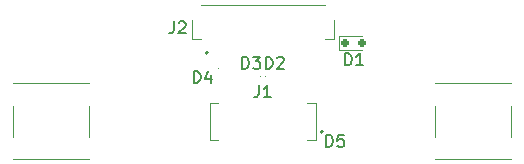
<source format=gbr>
%TF.GenerationSoftware,KiCad,Pcbnew,7.0.6*%
%TF.CreationDate,2023-07-18T13:47:25+01:00*%
%TF.ProjectId,Galia,47616c69-612e-46b6-9963-61645f706362,V1.0*%
%TF.SameCoordinates,Original*%
%TF.FileFunction,Legend,Top*%
%TF.FilePolarity,Positive*%
%FSLAX46Y46*%
G04 Gerber Fmt 4.6, Leading zero omitted, Abs format (unit mm)*
G04 Created by KiCad (PCBNEW 7.0.6) date 2023-07-18 13:47:25*
%MOMM*%
%LPD*%
G01*
G04 APERTURE LIST*
G04 Aperture macros list*
%AMRoundRect*
0 Rectangle with rounded corners*
0 $1 Rounding radius*
0 $2 $3 $4 $5 $6 $7 $8 $9 X,Y pos of 4 corners*
0 Add a 4 corners polygon primitive as box body*
4,1,4,$2,$3,$4,$5,$6,$7,$8,$9,$2,$3,0*
0 Add four circle primitives for the rounded corners*
1,1,$1+$1,$2,$3*
1,1,$1+$1,$4,$5*
1,1,$1+$1,$6,$7*
1,1,$1+$1,$8,$9*
0 Add four rect primitives between the rounded corners*
20,1,$1+$1,$2,$3,$4,$5,0*
20,1,$1+$1,$4,$5,$6,$7,0*
20,1,$1+$1,$6,$7,$8,$9,0*
20,1,$1+$1,$8,$9,$2,$3,0*%
G04 Aperture macros list end*
%ADD10C,0.150000*%
%ADD11C,0.120000*%
%ADD12C,0.200000*%
%ADD13C,0.100000*%
%ADD14C,5.600000*%
%ADD15R,0.300000X0.800000*%
%ADD16R,0.400000X0.800000*%
%ADD17R,0.500000X0.300000*%
%ADD18R,0.300000X0.500000*%
%ADD19R,1.550000X1.300000*%
%ADD20C,0.520000*%
%ADD21R,0.300000X0.870000*%
%ADD22O,2.200000X1.100000*%
%ADD23RoundRect,0.150000X0.150000X0.200000X-0.150000X0.200000X-0.150000X-0.200000X0.150000X-0.200000X0*%
G04 APERTURE END LIST*
D10*
X82466666Y-44554819D02*
X82466666Y-45269104D01*
X82466666Y-45269104D02*
X82419047Y-45411961D01*
X82419047Y-45411961D02*
X82323809Y-45507200D01*
X82323809Y-45507200D02*
X82180952Y-45554819D01*
X82180952Y-45554819D02*
X82085714Y-45554819D01*
X82895238Y-44650057D02*
X82942857Y-44602438D01*
X82942857Y-44602438D02*
X83038095Y-44554819D01*
X83038095Y-44554819D02*
X83276190Y-44554819D01*
X83276190Y-44554819D02*
X83371428Y-44602438D01*
X83371428Y-44602438D02*
X83419047Y-44650057D01*
X83419047Y-44650057D02*
X83466666Y-44745295D01*
X83466666Y-44745295D02*
X83466666Y-44840533D01*
X83466666Y-44840533D02*
X83419047Y-44983390D01*
X83419047Y-44983390D02*
X82847619Y-45554819D01*
X82847619Y-45554819D02*
X83466666Y-45554819D01*
X84161905Y-49754819D02*
X84161905Y-48754819D01*
X84161905Y-48754819D02*
X84400000Y-48754819D01*
X84400000Y-48754819D02*
X84542857Y-48802438D01*
X84542857Y-48802438D02*
X84638095Y-48897676D01*
X84638095Y-48897676D02*
X84685714Y-48992914D01*
X84685714Y-48992914D02*
X84733333Y-49183390D01*
X84733333Y-49183390D02*
X84733333Y-49326247D01*
X84733333Y-49326247D02*
X84685714Y-49516723D01*
X84685714Y-49516723D02*
X84638095Y-49611961D01*
X84638095Y-49611961D02*
X84542857Y-49707200D01*
X84542857Y-49707200D02*
X84400000Y-49754819D01*
X84400000Y-49754819D02*
X84161905Y-49754819D01*
X85590476Y-49088152D02*
X85590476Y-49754819D01*
X85352381Y-48707200D02*
X85114286Y-49421485D01*
X85114286Y-49421485D02*
X85733333Y-49421485D01*
X88261905Y-48554819D02*
X88261905Y-47554819D01*
X88261905Y-47554819D02*
X88500000Y-47554819D01*
X88500000Y-47554819D02*
X88642857Y-47602438D01*
X88642857Y-47602438D02*
X88738095Y-47697676D01*
X88738095Y-47697676D02*
X88785714Y-47792914D01*
X88785714Y-47792914D02*
X88833333Y-47983390D01*
X88833333Y-47983390D02*
X88833333Y-48126247D01*
X88833333Y-48126247D02*
X88785714Y-48316723D01*
X88785714Y-48316723D02*
X88738095Y-48411961D01*
X88738095Y-48411961D02*
X88642857Y-48507200D01*
X88642857Y-48507200D02*
X88500000Y-48554819D01*
X88500000Y-48554819D02*
X88261905Y-48554819D01*
X89166667Y-47554819D02*
X89785714Y-47554819D01*
X89785714Y-47554819D02*
X89452381Y-47935771D01*
X89452381Y-47935771D02*
X89595238Y-47935771D01*
X89595238Y-47935771D02*
X89690476Y-47983390D01*
X89690476Y-47983390D02*
X89738095Y-48031009D01*
X89738095Y-48031009D02*
X89785714Y-48126247D01*
X89785714Y-48126247D02*
X89785714Y-48364342D01*
X89785714Y-48364342D02*
X89738095Y-48459580D01*
X89738095Y-48459580D02*
X89690476Y-48507200D01*
X89690476Y-48507200D02*
X89595238Y-48554819D01*
X89595238Y-48554819D02*
X89309524Y-48554819D01*
X89309524Y-48554819D02*
X89214286Y-48507200D01*
X89214286Y-48507200D02*
X89166667Y-48459580D01*
X90261905Y-48554819D02*
X90261905Y-47554819D01*
X90261905Y-47554819D02*
X90500000Y-47554819D01*
X90500000Y-47554819D02*
X90642857Y-47602438D01*
X90642857Y-47602438D02*
X90738095Y-47697676D01*
X90738095Y-47697676D02*
X90785714Y-47792914D01*
X90785714Y-47792914D02*
X90833333Y-47983390D01*
X90833333Y-47983390D02*
X90833333Y-48126247D01*
X90833333Y-48126247D02*
X90785714Y-48316723D01*
X90785714Y-48316723D02*
X90738095Y-48411961D01*
X90738095Y-48411961D02*
X90642857Y-48507200D01*
X90642857Y-48507200D02*
X90500000Y-48554819D01*
X90500000Y-48554819D02*
X90261905Y-48554819D01*
X91214286Y-47650057D02*
X91261905Y-47602438D01*
X91261905Y-47602438D02*
X91357143Y-47554819D01*
X91357143Y-47554819D02*
X91595238Y-47554819D01*
X91595238Y-47554819D02*
X91690476Y-47602438D01*
X91690476Y-47602438D02*
X91738095Y-47650057D01*
X91738095Y-47650057D02*
X91785714Y-47745295D01*
X91785714Y-47745295D02*
X91785714Y-47840533D01*
X91785714Y-47840533D02*
X91738095Y-47983390D01*
X91738095Y-47983390D02*
X91166667Y-48554819D01*
X91166667Y-48554819D02*
X91785714Y-48554819D01*
X95361905Y-55154819D02*
X95361905Y-54154819D01*
X95361905Y-54154819D02*
X95600000Y-54154819D01*
X95600000Y-54154819D02*
X95742857Y-54202438D01*
X95742857Y-54202438D02*
X95838095Y-54297676D01*
X95838095Y-54297676D02*
X95885714Y-54392914D01*
X95885714Y-54392914D02*
X95933333Y-54583390D01*
X95933333Y-54583390D02*
X95933333Y-54726247D01*
X95933333Y-54726247D02*
X95885714Y-54916723D01*
X95885714Y-54916723D02*
X95838095Y-55011961D01*
X95838095Y-55011961D02*
X95742857Y-55107200D01*
X95742857Y-55107200D02*
X95600000Y-55154819D01*
X95600000Y-55154819D02*
X95361905Y-55154819D01*
X96838095Y-54154819D02*
X96361905Y-54154819D01*
X96361905Y-54154819D02*
X96314286Y-54631009D01*
X96314286Y-54631009D02*
X96361905Y-54583390D01*
X96361905Y-54583390D02*
X96457143Y-54535771D01*
X96457143Y-54535771D02*
X96695238Y-54535771D01*
X96695238Y-54535771D02*
X96790476Y-54583390D01*
X96790476Y-54583390D02*
X96838095Y-54631009D01*
X96838095Y-54631009D02*
X96885714Y-54726247D01*
X96885714Y-54726247D02*
X96885714Y-54964342D01*
X96885714Y-54964342D02*
X96838095Y-55059580D01*
X96838095Y-55059580D02*
X96790476Y-55107200D01*
X96790476Y-55107200D02*
X96695238Y-55154819D01*
X96695238Y-55154819D02*
X96457143Y-55154819D01*
X96457143Y-55154819D02*
X96361905Y-55107200D01*
X96361905Y-55107200D02*
X96314286Y-55059580D01*
X89666666Y-49954819D02*
X89666666Y-50669104D01*
X89666666Y-50669104D02*
X89619047Y-50811961D01*
X89619047Y-50811961D02*
X89523809Y-50907200D01*
X89523809Y-50907200D02*
X89380952Y-50954819D01*
X89380952Y-50954819D02*
X89285714Y-50954819D01*
X90666666Y-50954819D02*
X90095238Y-50954819D01*
X90380952Y-50954819D02*
X90380952Y-49954819D01*
X90380952Y-49954819D02*
X90285714Y-50097676D01*
X90285714Y-50097676D02*
X90190476Y-50192914D01*
X90190476Y-50192914D02*
X90095238Y-50240533D01*
X96961905Y-48254819D02*
X96961905Y-47254819D01*
X96961905Y-47254819D02*
X97200000Y-47254819D01*
X97200000Y-47254819D02*
X97342857Y-47302438D01*
X97342857Y-47302438D02*
X97438095Y-47397676D01*
X97438095Y-47397676D02*
X97485714Y-47492914D01*
X97485714Y-47492914D02*
X97533333Y-47683390D01*
X97533333Y-47683390D02*
X97533333Y-47826247D01*
X97533333Y-47826247D02*
X97485714Y-48016723D01*
X97485714Y-48016723D02*
X97438095Y-48111961D01*
X97438095Y-48111961D02*
X97342857Y-48207200D01*
X97342857Y-48207200D02*
X97200000Y-48254819D01*
X97200000Y-48254819D02*
X96961905Y-48254819D01*
X98485714Y-48254819D02*
X97914286Y-48254819D01*
X98200000Y-48254819D02*
X98200000Y-47254819D01*
X98200000Y-47254819D02*
X98104762Y-47397676D01*
X98104762Y-47397676D02*
X98009524Y-47492914D01*
X98009524Y-47492914D02*
X97914286Y-47540533D01*
D11*
%TO.C,J2*%
X96000000Y-46050000D02*
X96000000Y-44420000D01*
X96000000Y-46050000D02*
X95250000Y-46050000D01*
X95250000Y-43150000D02*
X84750000Y-43150000D01*
X84780000Y-46050000D02*
X84000000Y-46050000D01*
X84000000Y-46050000D02*
X84000000Y-44420000D01*
D12*
X85350000Y-47200000D02*
G75*
G03*
X85350000Y-47200000I-100000J0D01*
G01*
D13*
%TO.C,D4*%
X86300000Y-48500000D02*
G75*
G03*
X86300000Y-48500000I-50000J0D01*
G01*
%TO.C,D3*%
X89850000Y-49200000D02*
G75*
G03*
X89850000Y-49200000I-50000J0D01*
G01*
%TO.C,D2*%
X90250000Y-49200000D02*
G75*
G03*
X90250000Y-49200000I-50000J0D01*
G01*
D11*
%TO.C,SW2*%
X75330000Y-56230000D02*
X68870000Y-56230000D01*
X75330000Y-56200000D02*
X75330000Y-56230000D01*
X75330000Y-54300000D02*
X75330000Y-51700000D01*
X75330000Y-49770000D02*
X75330000Y-49800000D01*
X75330000Y-49770000D02*
X68870000Y-49770000D01*
X68870000Y-56230000D02*
X68870000Y-56200000D01*
X68870000Y-54300000D02*
X68870000Y-51700000D01*
X68870000Y-49770000D02*
X68870000Y-49800000D01*
%TO.C,SW1*%
X111030000Y-56230000D02*
X104570000Y-56230000D01*
X111030000Y-56200000D02*
X111030000Y-56230000D01*
X111030000Y-54300000D02*
X111030000Y-51700000D01*
X111030000Y-49770000D02*
X111030000Y-49800000D01*
X111030000Y-49770000D02*
X104570000Y-49770000D01*
X104570000Y-56230000D02*
X104570000Y-56200000D01*
X104570000Y-54300000D02*
X104570000Y-51700000D01*
X104570000Y-49770000D02*
X104570000Y-49800000D01*
D13*
%TO.C,D5*%
X94750000Y-55600000D02*
G75*
G03*
X94750000Y-55600000I-50000J0D01*
G01*
D11*
%TO.C,J1*%
X94470000Y-54580000D02*
X94470000Y-51420000D01*
X94470000Y-51420000D02*
X93750000Y-51420000D01*
X93750000Y-54580000D02*
X94470000Y-54580000D01*
X86250000Y-54580000D02*
X85530000Y-54580000D01*
X85530000Y-54580000D02*
X85530000Y-51420000D01*
X85530000Y-51420000D02*
X86250000Y-51420000D01*
D12*
X95100000Y-53900000D02*
G75*
G03*
X95100000Y-53900000I-100000J0D01*
G01*
D11*
%TO.C,D1*%
X96440000Y-45800000D02*
X96440000Y-47000000D01*
X98400000Y-45800000D02*
X96440000Y-45800000D01*
X98400000Y-47000000D02*
X96440000Y-47000000D01*
%TD*%
%LPC*%
D14*
%TO.C,H2*%
X80200000Y-53000000D03*
%TD*%
D15*
%TO.C,J2*%
X85250000Y-46200000D03*
X85750000Y-46200000D03*
X86250000Y-46200000D03*
X86750000Y-46200000D03*
X87250000Y-46200000D03*
X87750000Y-46200000D03*
X88250000Y-46200000D03*
X88750000Y-46200000D03*
X89250000Y-46200000D03*
X89750000Y-46200000D03*
X90250000Y-46200000D03*
X90750000Y-46200000D03*
X91250000Y-46200000D03*
X91750000Y-46200000D03*
X92250000Y-46200000D03*
X92750000Y-46200000D03*
X93250000Y-46200000D03*
X93750000Y-46200000D03*
X94250000Y-46200000D03*
X94750000Y-46200000D03*
D16*
X95750000Y-43700000D03*
X84250000Y-43700000D03*
%TD*%
D14*
%TO.C,H1*%
X99700000Y-53000000D03*
%TD*%
D17*
%TO.C,D4*%
X86250000Y-48950000D03*
X86250000Y-49650000D03*
%TD*%
D18*
%TO.C,D3*%
X89350000Y-49200000D03*
X88650000Y-49200000D03*
%TD*%
%TO.C,D2*%
X90650000Y-49200000D03*
X91350000Y-49200000D03*
%TD*%
D19*
%TO.C,SW2*%
X76080000Y-55250000D03*
X68120000Y-55250000D03*
X76080000Y-50750000D03*
X68120000Y-50750000D03*
%TD*%
%TO.C,SW1*%
X111780000Y-55250000D03*
X103820000Y-55250000D03*
X111780000Y-50750000D03*
X103820000Y-50750000D03*
%TD*%
D18*
%TO.C,D5*%
X95150000Y-55600000D03*
X95850000Y-55600000D03*
%TD*%
D20*
%TO.C,J1*%
X93750000Y-53000000D03*
X86250000Y-53000000D03*
D21*
X92750000Y-53865000D03*
X91250000Y-53865000D03*
X90750000Y-53865000D03*
X90250000Y-53865000D03*
X89750000Y-53865000D03*
X89250000Y-53865000D03*
X88750000Y-53865000D03*
X87250000Y-53865000D03*
X87250000Y-52135000D03*
X88750000Y-52135000D03*
X89250000Y-52135000D03*
X89750000Y-52135000D03*
X90250000Y-52135000D03*
X90750000Y-52135000D03*
X91250000Y-52135000D03*
X92750000Y-52135000D03*
D22*
X92400000Y-55150000D03*
X92400000Y-50850000D03*
X87600000Y-55150000D03*
X87600000Y-50850000D03*
%TD*%
D23*
%TO.C,D1*%
X97000000Y-46400000D03*
X98400000Y-46400000D03*
%TD*%
%LPD*%
M02*

</source>
